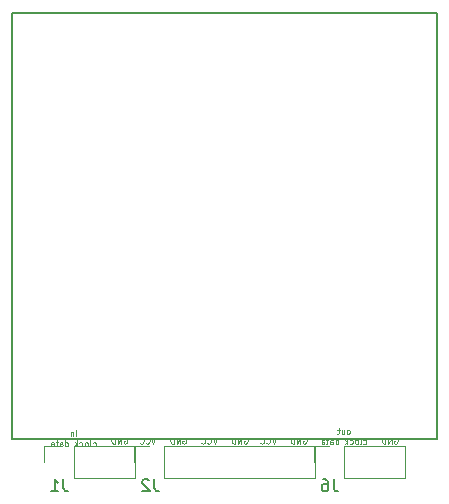
<source format=gbo>
%TF.GenerationSoftware,KiCad,Pcbnew,no-vcs-found-1f6854f~59~ubuntu17.04.1*%
%TF.CreationDate,2017-08-04T00:16:45+02:00*%
%TF.ProjectId,LEDBoard_4x4_16bit,4C4544426F6172645F3478345F313662,2.0.0*%
%TF.SameCoordinates,Original*%
%TF.FileFunction,Legend,Bot*%
%TF.FilePolarity,Positive*%
%FSLAX46Y46*%
G04 Gerber Fmt 4.6, Leading zero omitted, Abs format (unit mm)*
G04 Created by KiCad (PCBNEW no-vcs-found-1f6854f~59~ubuntu17.04.1) date Fri Aug  4 00:16:45 2017*
%MOMM*%
%LPD*%
G01*
G04 APERTURE LIST*
%ADD10C,0.100000*%
%ADD11C,0.200000*%
%ADD12C,0.120000*%
%ADD13C,0.150000*%
G04 APERTURE END LIST*
D10*
X84380952Y-85950000D02*
X84428571Y-85926190D01*
X84500000Y-85926190D01*
X84571428Y-85950000D01*
X84619047Y-85997619D01*
X84642857Y-86045238D01*
X84666666Y-86140476D01*
X84666666Y-86211904D01*
X84642857Y-86307142D01*
X84619047Y-86354761D01*
X84571428Y-86402380D01*
X84500000Y-86426190D01*
X84452380Y-86426190D01*
X84380952Y-86402380D01*
X84357142Y-86378571D01*
X84357142Y-86211904D01*
X84452380Y-86211904D01*
X84142857Y-86426190D02*
X84142857Y-85926190D01*
X83857142Y-86426190D01*
X83857142Y-85926190D01*
X83619047Y-86426190D02*
X83619047Y-85926190D01*
X83500000Y-85926190D01*
X83428571Y-85950000D01*
X83380952Y-85997619D01*
X83357142Y-86045238D01*
X83333333Y-86140476D01*
X83333333Y-86211904D01*
X83357142Y-86307142D01*
X83380952Y-86354761D01*
X83428571Y-86402380D01*
X83500000Y-86426190D01*
X83619047Y-86426190D01*
X61480952Y-85950000D02*
X61528571Y-85926190D01*
X61600000Y-85926190D01*
X61671428Y-85950000D01*
X61719047Y-85997619D01*
X61742857Y-86045238D01*
X61766666Y-86140476D01*
X61766666Y-86211904D01*
X61742857Y-86307142D01*
X61719047Y-86354761D01*
X61671428Y-86402380D01*
X61600000Y-86426190D01*
X61552380Y-86426190D01*
X61480952Y-86402380D01*
X61457142Y-86378571D01*
X61457142Y-86211904D01*
X61552380Y-86211904D01*
X61242857Y-86426190D02*
X61242857Y-85926190D01*
X60957142Y-86426190D01*
X60957142Y-85926190D01*
X60719047Y-86426190D02*
X60719047Y-85926190D01*
X60600000Y-85926190D01*
X60528571Y-85950000D01*
X60480952Y-85997619D01*
X60457142Y-86045238D01*
X60433333Y-86140476D01*
X60433333Y-86211904D01*
X60457142Y-86307142D01*
X60480952Y-86354761D01*
X60528571Y-86402380D01*
X60600000Y-86426190D01*
X60719047Y-86426190D01*
X66466666Y-85950000D02*
X66514285Y-85926190D01*
X66585714Y-85926190D01*
X66657142Y-85950000D01*
X66704761Y-85997619D01*
X66728571Y-86045238D01*
X66752380Y-86140476D01*
X66752380Y-86211904D01*
X66728571Y-86307142D01*
X66704761Y-86354761D01*
X66657142Y-86402380D01*
X66585714Y-86426190D01*
X66538095Y-86426190D01*
X66466666Y-86402380D01*
X66442857Y-86378571D01*
X66442857Y-86211904D01*
X66538095Y-86211904D01*
X66228571Y-86426190D02*
X66228571Y-85926190D01*
X65942857Y-86426190D01*
X65942857Y-85926190D01*
X65704761Y-86426190D02*
X65704761Y-85926190D01*
X65585714Y-85926190D01*
X65514285Y-85950000D01*
X65466666Y-85997619D01*
X65442857Y-86045238D01*
X65419047Y-86140476D01*
X65419047Y-86211904D01*
X65442857Y-86307142D01*
X65466666Y-86354761D01*
X65514285Y-86402380D01*
X65585714Y-86426190D01*
X65704761Y-86426190D01*
X64133333Y-85926190D02*
X63966666Y-86426190D01*
X63800000Y-85926190D01*
X63347619Y-86378571D02*
X63371428Y-86402380D01*
X63442857Y-86426190D01*
X63490476Y-86426190D01*
X63561904Y-86402380D01*
X63609523Y-86354761D01*
X63633333Y-86307142D01*
X63657142Y-86211904D01*
X63657142Y-86140476D01*
X63633333Y-86045238D01*
X63609523Y-85997619D01*
X63561904Y-85950000D01*
X63490476Y-85926190D01*
X63442857Y-85926190D01*
X63371428Y-85950000D01*
X63347619Y-85973809D01*
X62847619Y-86378571D02*
X62871428Y-86402380D01*
X62942857Y-86426190D01*
X62990476Y-86426190D01*
X63061904Y-86402380D01*
X63109523Y-86354761D01*
X63133333Y-86307142D01*
X63157142Y-86211904D01*
X63157142Y-86140476D01*
X63133333Y-86045238D01*
X63109523Y-85997619D01*
X63061904Y-85950000D01*
X62990476Y-85926190D01*
X62942857Y-85926190D01*
X62871428Y-85950000D01*
X62847619Y-85973809D01*
X71666666Y-85950000D02*
X71714285Y-85926190D01*
X71785714Y-85926190D01*
X71857142Y-85950000D01*
X71904761Y-85997619D01*
X71928571Y-86045238D01*
X71952380Y-86140476D01*
X71952380Y-86211904D01*
X71928571Y-86307142D01*
X71904761Y-86354761D01*
X71857142Y-86402380D01*
X71785714Y-86426190D01*
X71738095Y-86426190D01*
X71666666Y-86402380D01*
X71642857Y-86378571D01*
X71642857Y-86211904D01*
X71738095Y-86211904D01*
X71428571Y-86426190D02*
X71428571Y-85926190D01*
X71142857Y-86426190D01*
X71142857Y-85926190D01*
X70904761Y-86426190D02*
X70904761Y-85926190D01*
X70785714Y-85926190D01*
X70714285Y-85950000D01*
X70666666Y-85997619D01*
X70642857Y-86045238D01*
X70619047Y-86140476D01*
X70619047Y-86211904D01*
X70642857Y-86307142D01*
X70666666Y-86354761D01*
X70714285Y-86402380D01*
X70785714Y-86426190D01*
X70904761Y-86426190D01*
X69333333Y-85926190D02*
X69166666Y-86426190D01*
X69000000Y-85926190D01*
X68547619Y-86378571D02*
X68571428Y-86402380D01*
X68642857Y-86426190D01*
X68690476Y-86426190D01*
X68761904Y-86402380D01*
X68809523Y-86354761D01*
X68833333Y-86307142D01*
X68857142Y-86211904D01*
X68857142Y-86140476D01*
X68833333Y-86045238D01*
X68809523Y-85997619D01*
X68761904Y-85950000D01*
X68690476Y-85926190D01*
X68642857Y-85926190D01*
X68571428Y-85950000D01*
X68547619Y-85973809D01*
X68047619Y-86378571D02*
X68071428Y-86402380D01*
X68142857Y-86426190D01*
X68190476Y-86426190D01*
X68261904Y-86402380D01*
X68309523Y-86354761D01*
X68333333Y-86307142D01*
X68357142Y-86211904D01*
X68357142Y-86140476D01*
X68333333Y-86045238D01*
X68309523Y-85997619D01*
X68261904Y-85950000D01*
X68190476Y-85926190D01*
X68142857Y-85926190D01*
X68071428Y-85950000D01*
X68047619Y-85973809D01*
X76666666Y-85950000D02*
X76714285Y-85926190D01*
X76785714Y-85926190D01*
X76857142Y-85950000D01*
X76904761Y-85997619D01*
X76928571Y-86045238D01*
X76952380Y-86140476D01*
X76952380Y-86211904D01*
X76928571Y-86307142D01*
X76904761Y-86354761D01*
X76857142Y-86402380D01*
X76785714Y-86426190D01*
X76738095Y-86426190D01*
X76666666Y-86402380D01*
X76642857Y-86378571D01*
X76642857Y-86211904D01*
X76738095Y-86211904D01*
X76428571Y-86426190D02*
X76428571Y-85926190D01*
X76142857Y-86426190D01*
X76142857Y-85926190D01*
X75904761Y-86426190D02*
X75904761Y-85926190D01*
X75785714Y-85926190D01*
X75714285Y-85950000D01*
X75666666Y-85997619D01*
X75642857Y-86045238D01*
X75619047Y-86140476D01*
X75619047Y-86211904D01*
X75642857Y-86307142D01*
X75666666Y-86354761D01*
X75714285Y-86402380D01*
X75785714Y-86426190D01*
X75904761Y-86426190D01*
X74333333Y-85926190D02*
X74166666Y-86426190D01*
X74000000Y-85926190D01*
X73547619Y-86378571D02*
X73571428Y-86402380D01*
X73642857Y-86426190D01*
X73690476Y-86426190D01*
X73761904Y-86402380D01*
X73809523Y-86354761D01*
X73833333Y-86307142D01*
X73857142Y-86211904D01*
X73857142Y-86140476D01*
X73833333Y-86045238D01*
X73809523Y-85997619D01*
X73761904Y-85950000D01*
X73690476Y-85926190D01*
X73642857Y-85926190D01*
X73571428Y-85950000D01*
X73547619Y-85973809D01*
X73047619Y-86378571D02*
X73071428Y-86402380D01*
X73142857Y-86426190D01*
X73190476Y-86426190D01*
X73261904Y-86402380D01*
X73309523Y-86354761D01*
X73333333Y-86307142D01*
X73357142Y-86211904D01*
X73357142Y-86140476D01*
X73333333Y-86045238D01*
X73309523Y-85997619D01*
X73261904Y-85950000D01*
X73190476Y-85926190D01*
X73142857Y-85926190D01*
X73071428Y-85950000D01*
X73047619Y-85973809D01*
X57426190Y-85801190D02*
X57426190Y-85467857D01*
X57426190Y-85301190D02*
X57450000Y-85325000D01*
X57426190Y-85348809D01*
X57402380Y-85325000D01*
X57426190Y-85301190D01*
X57426190Y-85348809D01*
X57188095Y-85467857D02*
X57188095Y-85801190D01*
X57188095Y-85515476D02*
X57164285Y-85491666D01*
X57116666Y-85467857D01*
X57045238Y-85467857D01*
X56997619Y-85491666D01*
X56973809Y-85539285D01*
X56973809Y-85801190D01*
X58866666Y-86627380D02*
X58914285Y-86651190D01*
X59009523Y-86651190D01*
X59057142Y-86627380D01*
X59080952Y-86603571D01*
X59104761Y-86555952D01*
X59104761Y-86413095D01*
X59080952Y-86365476D01*
X59057142Y-86341666D01*
X59009523Y-86317857D01*
X58914285Y-86317857D01*
X58866666Y-86341666D01*
X58580952Y-86651190D02*
X58628571Y-86627380D01*
X58652380Y-86579761D01*
X58652380Y-86151190D01*
X58319047Y-86651190D02*
X58366666Y-86627380D01*
X58390476Y-86603571D01*
X58414285Y-86555952D01*
X58414285Y-86413095D01*
X58390476Y-86365476D01*
X58366666Y-86341666D01*
X58319047Y-86317857D01*
X58247619Y-86317857D01*
X58200000Y-86341666D01*
X58176190Y-86365476D01*
X58152380Y-86413095D01*
X58152380Y-86555952D01*
X58176190Y-86603571D01*
X58200000Y-86627380D01*
X58247619Y-86651190D01*
X58319047Y-86651190D01*
X57723809Y-86627380D02*
X57771428Y-86651190D01*
X57866666Y-86651190D01*
X57914285Y-86627380D01*
X57938095Y-86603571D01*
X57961904Y-86555952D01*
X57961904Y-86413095D01*
X57938095Y-86365476D01*
X57914285Y-86341666D01*
X57866666Y-86317857D01*
X57771428Y-86317857D01*
X57723809Y-86341666D01*
X57509523Y-86651190D02*
X57509523Y-86151190D01*
X57461904Y-86460714D02*
X57319047Y-86651190D01*
X57319047Y-86317857D02*
X57509523Y-86508333D01*
X56509523Y-86651190D02*
X56509523Y-86151190D01*
X56509523Y-86627380D02*
X56557142Y-86651190D01*
X56652380Y-86651190D01*
X56700000Y-86627380D01*
X56723809Y-86603571D01*
X56747619Y-86555952D01*
X56747619Y-86413095D01*
X56723809Y-86365476D01*
X56700000Y-86341666D01*
X56652380Y-86317857D01*
X56557142Y-86317857D01*
X56509523Y-86341666D01*
X56057142Y-86651190D02*
X56057142Y-86389285D01*
X56080952Y-86341666D01*
X56128571Y-86317857D01*
X56223809Y-86317857D01*
X56271428Y-86341666D01*
X56057142Y-86627380D02*
X56104761Y-86651190D01*
X56223809Y-86651190D01*
X56271428Y-86627380D01*
X56295238Y-86579761D01*
X56295238Y-86532142D01*
X56271428Y-86484523D01*
X56223809Y-86460714D01*
X56104761Y-86460714D01*
X56057142Y-86436904D01*
X55890476Y-86317857D02*
X55700000Y-86317857D01*
X55819047Y-86151190D02*
X55819047Y-86579761D01*
X55795238Y-86627380D01*
X55747619Y-86651190D01*
X55700000Y-86651190D01*
X55319047Y-86651190D02*
X55319047Y-86389285D01*
X55342857Y-86341666D01*
X55390476Y-86317857D01*
X55485714Y-86317857D01*
X55533333Y-86341666D01*
X55319047Y-86627380D02*
X55366666Y-86651190D01*
X55485714Y-86651190D01*
X55533333Y-86627380D01*
X55557142Y-86579761D01*
X55557142Y-86532142D01*
X55533333Y-86484523D01*
X55485714Y-86460714D01*
X55366666Y-86460714D01*
X55319047Y-86436904D01*
X80504761Y-85601190D02*
X80552380Y-85577380D01*
X80576190Y-85553571D01*
X80600000Y-85505952D01*
X80600000Y-85363095D01*
X80576190Y-85315476D01*
X80552380Y-85291666D01*
X80504761Y-85267857D01*
X80433333Y-85267857D01*
X80385714Y-85291666D01*
X80361904Y-85315476D01*
X80338095Y-85363095D01*
X80338095Y-85505952D01*
X80361904Y-85553571D01*
X80385714Y-85577380D01*
X80433333Y-85601190D01*
X80504761Y-85601190D01*
X79909523Y-85267857D02*
X79909523Y-85601190D01*
X80123809Y-85267857D02*
X80123809Y-85529761D01*
X80100000Y-85577380D01*
X80052380Y-85601190D01*
X79980952Y-85601190D01*
X79933333Y-85577380D01*
X79909523Y-85553571D01*
X79742857Y-85267857D02*
X79552380Y-85267857D01*
X79671428Y-85101190D02*
X79671428Y-85529761D01*
X79647619Y-85577380D01*
X79600000Y-85601190D01*
X79552380Y-85601190D01*
X81766666Y-86427380D02*
X81814285Y-86451190D01*
X81909523Y-86451190D01*
X81957142Y-86427380D01*
X81980952Y-86403571D01*
X82004761Y-86355952D01*
X82004761Y-86213095D01*
X81980952Y-86165476D01*
X81957142Y-86141666D01*
X81909523Y-86117857D01*
X81814285Y-86117857D01*
X81766666Y-86141666D01*
X81480952Y-86451190D02*
X81528571Y-86427380D01*
X81552380Y-86379761D01*
X81552380Y-85951190D01*
X81219047Y-86451190D02*
X81266666Y-86427380D01*
X81290476Y-86403571D01*
X81314285Y-86355952D01*
X81314285Y-86213095D01*
X81290476Y-86165476D01*
X81266666Y-86141666D01*
X81219047Y-86117857D01*
X81147619Y-86117857D01*
X81100000Y-86141666D01*
X81076190Y-86165476D01*
X81052380Y-86213095D01*
X81052380Y-86355952D01*
X81076190Y-86403571D01*
X81100000Y-86427380D01*
X81147619Y-86451190D01*
X81219047Y-86451190D01*
X80623809Y-86427380D02*
X80671428Y-86451190D01*
X80766666Y-86451190D01*
X80814285Y-86427380D01*
X80838095Y-86403571D01*
X80861904Y-86355952D01*
X80861904Y-86213095D01*
X80838095Y-86165476D01*
X80814285Y-86141666D01*
X80766666Y-86117857D01*
X80671428Y-86117857D01*
X80623809Y-86141666D01*
X80409523Y-86451190D02*
X80409523Y-85951190D01*
X80361904Y-86260714D02*
X80219047Y-86451190D01*
X80219047Y-86117857D02*
X80409523Y-86308333D01*
X79409523Y-86451190D02*
X79409523Y-85951190D01*
X79409523Y-86427380D02*
X79457142Y-86451190D01*
X79552380Y-86451190D01*
X79600000Y-86427380D01*
X79623809Y-86403571D01*
X79647619Y-86355952D01*
X79647619Y-86213095D01*
X79623809Y-86165476D01*
X79600000Y-86141666D01*
X79552380Y-86117857D01*
X79457142Y-86117857D01*
X79409523Y-86141666D01*
X78957142Y-86451190D02*
X78957142Y-86189285D01*
X78980952Y-86141666D01*
X79028571Y-86117857D01*
X79123809Y-86117857D01*
X79171428Y-86141666D01*
X78957142Y-86427380D02*
X79004761Y-86451190D01*
X79123809Y-86451190D01*
X79171428Y-86427380D01*
X79195238Y-86379761D01*
X79195238Y-86332142D01*
X79171428Y-86284523D01*
X79123809Y-86260714D01*
X79004761Y-86260714D01*
X78957142Y-86236904D01*
X78790476Y-86117857D02*
X78600000Y-86117857D01*
X78719047Y-85951190D02*
X78719047Y-86379761D01*
X78695238Y-86427380D01*
X78647619Y-86451190D01*
X78600000Y-86451190D01*
X78219047Y-86451190D02*
X78219047Y-86189285D01*
X78242857Y-86141666D01*
X78290476Y-86117857D01*
X78385714Y-86117857D01*
X78433333Y-86141666D01*
X78219047Y-86427380D02*
X78266666Y-86451190D01*
X78385714Y-86451190D01*
X78433333Y-86427380D01*
X78457142Y-86379761D01*
X78457142Y-86332142D01*
X78433333Y-86284523D01*
X78385714Y-86260714D01*
X78266666Y-86260714D01*
X78219047Y-86236904D01*
D11*
X52000000Y-86000000D02*
X52000000Y-50000000D01*
X88000000Y-86000000D02*
X52000000Y-86000000D01*
X88000000Y-50000000D02*
X88000000Y-86000000D01*
X52000000Y-50000000D02*
X88000000Y-50000000D01*
D12*
%TO.C,J2*%
X62320000Y-86670000D02*
X62320000Y-88000000D01*
X63650000Y-86670000D02*
X62320000Y-86670000D01*
X64920000Y-89330000D02*
X64920000Y-86670000D01*
X77680000Y-89330000D02*
X64920000Y-89330000D01*
X77680000Y-86670000D02*
X77680000Y-89330000D01*
X64920000Y-86670000D02*
X77680000Y-86670000D01*
%TO.C,J1*%
X57300000Y-86670000D02*
X62440000Y-86670000D01*
X62440000Y-86670000D02*
X62440000Y-89330000D01*
X62440000Y-89330000D02*
X57300000Y-89330000D01*
X57300000Y-89330000D02*
X57300000Y-86670000D01*
X56030000Y-86670000D02*
X54700000Y-86670000D01*
X54700000Y-86670000D02*
X54700000Y-88000000D01*
%TO.C,J6*%
X77560000Y-86670000D02*
X77560000Y-88000000D01*
X78890000Y-86670000D02*
X77560000Y-86670000D01*
X80160000Y-89330000D02*
X80160000Y-86670000D01*
X85300000Y-89330000D02*
X80160000Y-89330000D01*
X85300000Y-86670000D02*
X85300000Y-89330000D01*
X80160000Y-86670000D02*
X85300000Y-86670000D01*
%TO.C,J2*%
D13*
X64033333Y-89452380D02*
X64033333Y-90166666D01*
X64080952Y-90309523D01*
X64176190Y-90404761D01*
X64319047Y-90452380D01*
X64414285Y-90452380D01*
X63604761Y-89547619D02*
X63557142Y-89500000D01*
X63461904Y-89452380D01*
X63223809Y-89452380D01*
X63128571Y-89500000D01*
X63080952Y-89547619D01*
X63033333Y-89642857D01*
X63033333Y-89738095D01*
X63080952Y-89880952D01*
X63652380Y-90452380D01*
X63033333Y-90452380D01*
%TO.C,J1*%
X56333333Y-89452380D02*
X56333333Y-90166666D01*
X56380952Y-90309523D01*
X56476190Y-90404761D01*
X56619047Y-90452380D01*
X56714285Y-90452380D01*
X55333333Y-90452380D02*
X55904761Y-90452380D01*
X55619047Y-90452380D02*
X55619047Y-89452380D01*
X55714285Y-89595238D01*
X55809523Y-89690476D01*
X55904761Y-89738095D01*
%TO.C,J6*%
X79233333Y-89452380D02*
X79233333Y-90166666D01*
X79280952Y-90309523D01*
X79376190Y-90404761D01*
X79519047Y-90452380D01*
X79614285Y-90452380D01*
X78328571Y-89452380D02*
X78519047Y-89452380D01*
X78614285Y-89500000D01*
X78661904Y-89547619D01*
X78757142Y-89690476D01*
X78804761Y-89880952D01*
X78804761Y-90261904D01*
X78757142Y-90357142D01*
X78709523Y-90404761D01*
X78614285Y-90452380D01*
X78423809Y-90452380D01*
X78328571Y-90404761D01*
X78280952Y-90357142D01*
X78233333Y-90261904D01*
X78233333Y-90023809D01*
X78280952Y-89928571D01*
X78328571Y-89880952D01*
X78423809Y-89833333D01*
X78614285Y-89833333D01*
X78709523Y-89880952D01*
X78757142Y-89928571D01*
X78804761Y-90023809D01*
%TD*%
M02*

</source>
